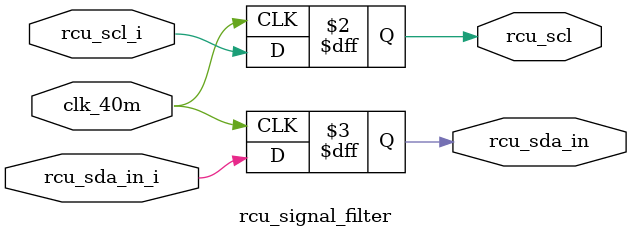
<source format=v>
`timescale 1ns / 1ps
module rcu_signal_filter(clk_40m, rcu_scl_i, rcu_sda_in_i, rcu_scl, rcu_sda_in);
   input clk_40m;
   input rcu_scl_i;
   input rcu_sda_in_i;
   output rcu_scl;
   output rcu_sda_in;
   
   wire   clk_40m;
   wire   rcu_scl_i;
   wire   rcu_sda_in_i;
   reg 	  rcu_scl;
   reg 	  rcu_sda_in;
   
   always @(posedge clk_40m)
     begin
	rcu_scl <= rcu_scl_i;
	rcu_sda_in <= rcu_sda_in_i;
     end
   
endmodule

</source>
